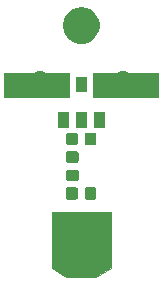
<source format=gbr>
G04 #@! TF.GenerationSoftware,KiCad,Pcbnew,(5.1.2)-1*
G04 #@! TF.CreationDate,2020-04-17T10:46:46+02:00*
G04 #@! TF.ProjectId,AntennaBalun,416e7465-6e6e-4614-9261-6c756e2e6b69,rev?*
G04 #@! TF.SameCoordinates,Original*
G04 #@! TF.FileFunction,Soldermask,Top*
G04 #@! TF.FilePolarity,Negative*
%FSLAX46Y46*%
G04 Gerber Fmt 4.6, Leading zero omitted, Abs format (unit mm)*
G04 Created by KiCad (PCBNEW (5.1.2)-1) date 2020-04-17 10:46:46*
%MOMM*%
%LPD*%
G04 APERTURE LIST*
%ADD10C,0.100000*%
G04 APERTURE END LIST*
D10*
G36*
X161000000Y-127500000D02*
G01*
X159750000Y-128250000D01*
X157250000Y-128250000D01*
X156000000Y-127500000D01*
X156000000Y-122750000D01*
X161000000Y-122750000D01*
X161000000Y-127500000D01*
G37*
X161000000Y-127500000D02*
X159750000Y-128250000D01*
X157250000Y-128250000D01*
X156000000Y-127500000D01*
X156000000Y-122750000D01*
X161000000Y-122750000D01*
X161000000Y-127500000D01*
G36*
X165000000Y-113000000D02*
G01*
X159500000Y-113000000D01*
X159500000Y-111000000D01*
X165000000Y-111000000D01*
X165000000Y-113000000D01*
G37*
X165000000Y-113000000D02*
X159500000Y-113000000D01*
X159500000Y-111000000D01*
X165000000Y-111000000D01*
X165000000Y-113000000D01*
G36*
X157500000Y-113000000D02*
G01*
X152000000Y-113000000D01*
X152000000Y-111000000D01*
X157500000Y-111000000D01*
X157500000Y-113000000D01*
G37*
X157500000Y-113000000D02*
X152000000Y-113000000D01*
X152000000Y-111000000D01*
X157500000Y-111000000D01*
X157500000Y-113000000D01*
G36*
X158054591Y-120678085D02*
G01*
X158088569Y-120688393D01*
X158119890Y-120705134D01*
X158147339Y-120727661D01*
X158169866Y-120755110D01*
X158186607Y-120786431D01*
X158196915Y-120820409D01*
X158201000Y-120861890D01*
X158201000Y-121538110D01*
X158196915Y-121579591D01*
X158186607Y-121613569D01*
X158169866Y-121644890D01*
X158147339Y-121672339D01*
X158119890Y-121694866D01*
X158088569Y-121711607D01*
X158054591Y-121721915D01*
X158013110Y-121726000D01*
X157411890Y-121726000D01*
X157370409Y-121721915D01*
X157336431Y-121711607D01*
X157305110Y-121694866D01*
X157277661Y-121672339D01*
X157255134Y-121644890D01*
X157238393Y-121613569D01*
X157228085Y-121579591D01*
X157224000Y-121538110D01*
X157224000Y-120861890D01*
X157228085Y-120820409D01*
X157238393Y-120786431D01*
X157255134Y-120755110D01*
X157277661Y-120727661D01*
X157305110Y-120705134D01*
X157336431Y-120688393D01*
X157370409Y-120678085D01*
X157411890Y-120674000D01*
X158013110Y-120674000D01*
X158054591Y-120678085D01*
X158054591Y-120678085D01*
G37*
G36*
X159629591Y-120678085D02*
G01*
X159663569Y-120688393D01*
X159694890Y-120705134D01*
X159722339Y-120727661D01*
X159744866Y-120755110D01*
X159761607Y-120786431D01*
X159771915Y-120820409D01*
X159776000Y-120861890D01*
X159776000Y-121538110D01*
X159771915Y-121579591D01*
X159761607Y-121613569D01*
X159744866Y-121644890D01*
X159722339Y-121672339D01*
X159694890Y-121694866D01*
X159663569Y-121711607D01*
X159629591Y-121721915D01*
X159588110Y-121726000D01*
X158986890Y-121726000D01*
X158945409Y-121721915D01*
X158911431Y-121711607D01*
X158880110Y-121694866D01*
X158852661Y-121672339D01*
X158830134Y-121644890D01*
X158813393Y-121613569D01*
X158803085Y-121579591D01*
X158799000Y-121538110D01*
X158799000Y-120861890D01*
X158803085Y-120820409D01*
X158813393Y-120786431D01*
X158830134Y-120755110D01*
X158852661Y-120727661D01*
X158880110Y-120705134D01*
X158911431Y-120688393D01*
X158945409Y-120678085D01*
X158986890Y-120674000D01*
X159588110Y-120674000D01*
X159629591Y-120678085D01*
X159629591Y-120678085D01*
G37*
G36*
X158129591Y-119203085D02*
G01*
X158163569Y-119213393D01*
X158194890Y-119230134D01*
X158222339Y-119252661D01*
X158244866Y-119280110D01*
X158261607Y-119311431D01*
X158271915Y-119345409D01*
X158276000Y-119386890D01*
X158276000Y-119988110D01*
X158271915Y-120029591D01*
X158261607Y-120063569D01*
X158244866Y-120094890D01*
X158222339Y-120122339D01*
X158194890Y-120144866D01*
X158163569Y-120161607D01*
X158129591Y-120171915D01*
X158088110Y-120176000D01*
X157411890Y-120176000D01*
X157370409Y-120171915D01*
X157336431Y-120161607D01*
X157305110Y-120144866D01*
X157277661Y-120122339D01*
X157255134Y-120094890D01*
X157238393Y-120063569D01*
X157228085Y-120029591D01*
X157224000Y-119988110D01*
X157224000Y-119386890D01*
X157228085Y-119345409D01*
X157238393Y-119311431D01*
X157255134Y-119280110D01*
X157277661Y-119252661D01*
X157305110Y-119230134D01*
X157336431Y-119213393D01*
X157370409Y-119203085D01*
X157411890Y-119199000D01*
X158088110Y-119199000D01*
X158129591Y-119203085D01*
X158129591Y-119203085D01*
G37*
G36*
X158129591Y-117628085D02*
G01*
X158163569Y-117638393D01*
X158194890Y-117655134D01*
X158222339Y-117677661D01*
X158244866Y-117705110D01*
X158261607Y-117736431D01*
X158271915Y-117770409D01*
X158276000Y-117811890D01*
X158276000Y-118413110D01*
X158271915Y-118454591D01*
X158261607Y-118488569D01*
X158244866Y-118519890D01*
X158222339Y-118547339D01*
X158194890Y-118569866D01*
X158163569Y-118586607D01*
X158129591Y-118596915D01*
X158088110Y-118601000D01*
X157411890Y-118601000D01*
X157370409Y-118596915D01*
X157336431Y-118586607D01*
X157305110Y-118569866D01*
X157277661Y-118547339D01*
X157255134Y-118519890D01*
X157238393Y-118488569D01*
X157228085Y-118454591D01*
X157224000Y-118413110D01*
X157224000Y-117811890D01*
X157228085Y-117770409D01*
X157238393Y-117736431D01*
X157255134Y-117705110D01*
X157277661Y-117677661D01*
X157305110Y-117655134D01*
X157336431Y-117638393D01*
X157370409Y-117628085D01*
X157411890Y-117624000D01*
X158088110Y-117624000D01*
X158129591Y-117628085D01*
X158129591Y-117628085D01*
G37*
G36*
X159629591Y-116078085D02*
G01*
X159663569Y-116088393D01*
X159694890Y-116105134D01*
X159722339Y-116127661D01*
X159744866Y-116155110D01*
X159761607Y-116186431D01*
X159771915Y-116220409D01*
X159776000Y-116261890D01*
X159776000Y-116938110D01*
X159771915Y-116979591D01*
X159761607Y-117013569D01*
X159744866Y-117044890D01*
X159722339Y-117072339D01*
X159694890Y-117094866D01*
X159663569Y-117111607D01*
X159629591Y-117121915D01*
X159588110Y-117126000D01*
X158986890Y-117126000D01*
X158945409Y-117121915D01*
X158911431Y-117111607D01*
X158880110Y-117094866D01*
X158852661Y-117072339D01*
X158830134Y-117044890D01*
X158813393Y-117013569D01*
X158803085Y-116979591D01*
X158799000Y-116938110D01*
X158799000Y-116261890D01*
X158803085Y-116220409D01*
X158813393Y-116186431D01*
X158830134Y-116155110D01*
X158852661Y-116127661D01*
X158880110Y-116105134D01*
X158911431Y-116088393D01*
X158945409Y-116078085D01*
X158986890Y-116074000D01*
X159588110Y-116074000D01*
X159629591Y-116078085D01*
X159629591Y-116078085D01*
G37*
G36*
X158054591Y-116078085D02*
G01*
X158088569Y-116088393D01*
X158119890Y-116105134D01*
X158147339Y-116127661D01*
X158169866Y-116155110D01*
X158186607Y-116186431D01*
X158196915Y-116220409D01*
X158201000Y-116261890D01*
X158201000Y-116938110D01*
X158196915Y-116979591D01*
X158186607Y-117013569D01*
X158169866Y-117044890D01*
X158147339Y-117072339D01*
X158119890Y-117094866D01*
X158088569Y-117111607D01*
X158054591Y-117121915D01*
X158013110Y-117126000D01*
X157411890Y-117126000D01*
X157370409Y-117121915D01*
X157336431Y-117111607D01*
X157305110Y-117094866D01*
X157277661Y-117072339D01*
X157255134Y-117044890D01*
X157238393Y-117013569D01*
X157228085Y-116979591D01*
X157224000Y-116938110D01*
X157224000Y-116261890D01*
X157228085Y-116220409D01*
X157238393Y-116186431D01*
X157255134Y-116155110D01*
X157277661Y-116127661D01*
X157305110Y-116105134D01*
X157336431Y-116088393D01*
X157370409Y-116078085D01*
X157411890Y-116074000D01*
X158013110Y-116074000D01*
X158054591Y-116078085D01*
X158054591Y-116078085D01*
G37*
G36*
X157462700Y-115695200D02*
G01*
X156499500Y-115695200D01*
X156499500Y-114352000D01*
X157462700Y-114352000D01*
X157462700Y-115695200D01*
X157462700Y-115695200D01*
G37*
G36*
X158982700Y-115695200D02*
G01*
X158019500Y-115695200D01*
X158019500Y-114352000D01*
X158982700Y-114352000D01*
X158982700Y-115695200D01*
X158982700Y-115695200D01*
G37*
G36*
X160502700Y-115695200D02*
G01*
X159539500Y-115695200D01*
X159539500Y-114352000D01*
X160502700Y-114352000D01*
X160502700Y-115695200D01*
X160502700Y-115695200D01*
G37*
G36*
X155224549Y-110871116D02*
G01*
X155335734Y-110893232D01*
X155545203Y-110979997D01*
X155733720Y-111105960D01*
X155894040Y-111266280D01*
X156020003Y-111454797D01*
X156106768Y-111664266D01*
X156151000Y-111886636D01*
X156151000Y-112113364D01*
X156106768Y-112335734D01*
X156020003Y-112545203D01*
X155894040Y-112733720D01*
X155733720Y-112894040D01*
X155545203Y-113020003D01*
X155335734Y-113106768D01*
X155224549Y-113128884D01*
X155113365Y-113151000D01*
X154886635Y-113151000D01*
X154775451Y-113128884D01*
X154664266Y-113106768D01*
X154454797Y-113020003D01*
X154266280Y-112894040D01*
X154105960Y-112733720D01*
X153979997Y-112545203D01*
X153893232Y-112335734D01*
X153849000Y-112113364D01*
X153849000Y-111886636D01*
X153893232Y-111664266D01*
X153979997Y-111454797D01*
X154105960Y-111266280D01*
X154266280Y-111105960D01*
X154454797Y-110979997D01*
X154664266Y-110893232D01*
X154775451Y-110871116D01*
X154886635Y-110849000D01*
X155113365Y-110849000D01*
X155224549Y-110871116D01*
X155224549Y-110871116D01*
G37*
G36*
X162224549Y-110871116D02*
G01*
X162335734Y-110893232D01*
X162545203Y-110979997D01*
X162733720Y-111105960D01*
X162894040Y-111266280D01*
X163020003Y-111454797D01*
X163106768Y-111664266D01*
X163151000Y-111886636D01*
X163151000Y-112113364D01*
X163106768Y-112335734D01*
X163020003Y-112545203D01*
X162894040Y-112733720D01*
X162733720Y-112894040D01*
X162545203Y-113020003D01*
X162335734Y-113106768D01*
X162224549Y-113128884D01*
X162113365Y-113151000D01*
X161886635Y-113151000D01*
X161775451Y-113128884D01*
X161664266Y-113106768D01*
X161454797Y-113020003D01*
X161266280Y-112894040D01*
X161105960Y-112733720D01*
X160979997Y-112545203D01*
X160893232Y-112335734D01*
X160849000Y-112113364D01*
X160849000Y-111886636D01*
X160893232Y-111664266D01*
X160979997Y-111454797D01*
X161105960Y-111266280D01*
X161266280Y-111105960D01*
X161454797Y-110979997D01*
X161664266Y-110893232D01*
X161775451Y-110871116D01*
X161886635Y-110849000D01*
X162113365Y-110849000D01*
X162224549Y-110871116D01*
X162224549Y-110871116D01*
G37*
G36*
X160502700Y-112655200D02*
G01*
X159539500Y-112655200D01*
X159539500Y-111312000D01*
X160502700Y-111312000D01*
X160502700Y-112655200D01*
X160502700Y-112655200D01*
G37*
G36*
X158982700Y-112655200D02*
G01*
X158019500Y-112655200D01*
X158019500Y-111312000D01*
X158982700Y-111312000D01*
X158982700Y-112655200D01*
X158982700Y-112655200D01*
G37*
G36*
X157462700Y-112655200D02*
G01*
X156499500Y-112655200D01*
X156499500Y-111312000D01*
X157462700Y-111312000D01*
X157462700Y-112655200D01*
X157462700Y-112655200D01*
G37*
G36*
X158802585Y-105478802D02*
G01*
X158952410Y-105508604D01*
X159234674Y-105625521D01*
X159488705Y-105795259D01*
X159704741Y-106011295D01*
X159874479Y-106265326D01*
X159991396Y-106547590D01*
X160051000Y-106847240D01*
X160051000Y-107152760D01*
X159991396Y-107452410D01*
X159874479Y-107734674D01*
X159704741Y-107988705D01*
X159488705Y-108204741D01*
X159234674Y-108374479D01*
X158952410Y-108491396D01*
X158802585Y-108521198D01*
X158652761Y-108551000D01*
X158347239Y-108551000D01*
X158197415Y-108521198D01*
X158047590Y-108491396D01*
X157765326Y-108374479D01*
X157511295Y-108204741D01*
X157295259Y-107988705D01*
X157125521Y-107734674D01*
X157008604Y-107452410D01*
X156949000Y-107152760D01*
X156949000Y-106847240D01*
X157008604Y-106547590D01*
X157125521Y-106265326D01*
X157295259Y-106011295D01*
X157511295Y-105795259D01*
X157765326Y-105625521D01*
X158047590Y-105508604D01*
X158197415Y-105478802D01*
X158347239Y-105449000D01*
X158652761Y-105449000D01*
X158802585Y-105478802D01*
X158802585Y-105478802D01*
G37*
M02*

</source>
